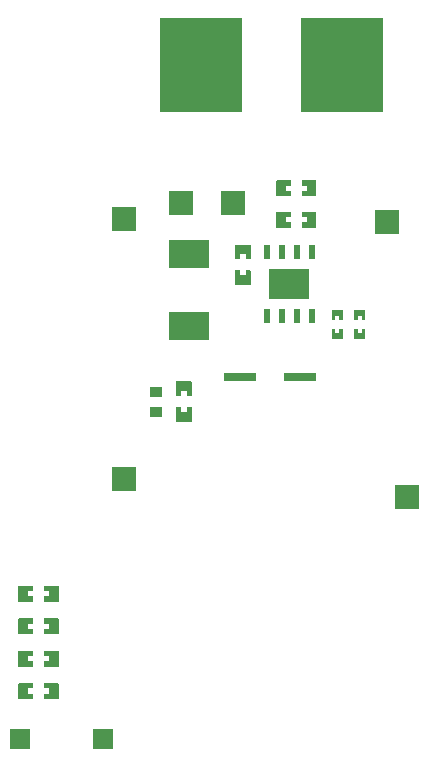
<source format=gtp>
G04 Layer: TopPasteMaskLayer*
G04 EasyEDA v6.5.40, 2024-05-01 13:46:42*
G04 7703e67730494ffebf129c6139567d94,10*
G04 Gerber Generator version 0.2*
G04 Scale: 100 percent, Rotated: No, Reflected: No *
G04 Dimensions in millimeters *
G04 leading zeros omitted , absolute positions ,4 integer and 5 decimal *
%FSLAX45Y45*%
%MOMM*%

%ADD10R,7.0000X8.0000*%
%ADD11R,3.5000X2.3500*%
%ADD12R,1.0000X0.8999*%
%ADD13R,2.8000X0.8000*%
%ADD14R,2.0000X2.0000*%
%ADD15R,0.6000X1.3000*%
%ADD16R,3.5000X2.5000*%
%ADD17R,1.7000X1.7000*%

%LPD*%
G36*
X1362506Y-5004003D02*
G01*
X1357477Y-5008981D01*
X1357477Y-5136997D01*
X1362506Y-5141976D01*
X1477518Y-5141976D01*
X1482496Y-5136997D01*
X1481988Y-5094986D01*
X1437995Y-5094986D01*
X1437995Y-5049977D01*
X1483004Y-5049977D01*
X1482496Y-5008981D01*
X1477518Y-5004003D01*
G37*
G36*
X1577492Y-5004003D02*
G01*
X1572514Y-5008981D01*
X1573022Y-5049977D01*
X1617014Y-5049977D01*
X1617014Y-5094986D01*
X1572514Y-5094986D01*
X1572514Y-5136997D01*
X1577492Y-5141976D01*
X1692503Y-5141976D01*
X1697482Y-5136997D01*
X1697482Y-5008981D01*
X1692503Y-5004003D01*
G37*
G36*
X1362506Y-5828995D02*
G01*
X1357477Y-5833973D01*
X1357477Y-5961989D01*
X1362506Y-5966968D01*
X1477518Y-5966968D01*
X1482496Y-5961989D01*
X1481988Y-5919978D01*
X1437995Y-5919978D01*
X1437995Y-5874969D01*
X1483004Y-5874969D01*
X1482496Y-5833973D01*
X1477518Y-5828995D01*
G37*
G36*
X1577492Y-5828995D02*
G01*
X1572514Y-5833973D01*
X1573022Y-5874969D01*
X1617014Y-5874969D01*
X1617014Y-5919978D01*
X1572514Y-5919978D01*
X1572514Y-5961989D01*
X1577492Y-5966968D01*
X1692503Y-5966968D01*
X1697482Y-5961989D01*
X1697482Y-5833973D01*
X1692503Y-5828995D01*
G37*
G36*
X1362506Y-5553964D02*
G01*
X1357477Y-5558993D01*
X1357477Y-5687009D01*
X1362506Y-5691987D01*
X1477518Y-5691987D01*
X1482496Y-5687009D01*
X1481988Y-5644997D01*
X1437995Y-5644997D01*
X1437995Y-5599988D01*
X1483004Y-5599988D01*
X1482496Y-5558993D01*
X1477518Y-5553964D01*
G37*
G36*
X1577492Y-5553964D02*
G01*
X1572514Y-5558993D01*
X1573022Y-5599988D01*
X1617014Y-5599988D01*
X1617014Y-5644997D01*
X1572514Y-5644997D01*
X1572514Y-5687009D01*
X1577492Y-5691987D01*
X1692503Y-5691987D01*
X1697482Y-5687009D01*
X1697482Y-5558993D01*
X1692503Y-5553964D01*
G37*
G36*
X1362506Y-5278983D02*
G01*
X1357477Y-5283962D01*
X1357477Y-5411978D01*
X1362506Y-5417007D01*
X1477518Y-5417007D01*
X1482496Y-5411978D01*
X1481988Y-5369966D01*
X1437995Y-5369966D01*
X1437995Y-5325008D01*
X1483004Y-5325008D01*
X1482496Y-5283962D01*
X1477518Y-5278983D01*
G37*
G36*
X1577492Y-5278983D02*
G01*
X1572514Y-5283962D01*
X1573022Y-5325008D01*
X1617014Y-5325008D01*
X1617014Y-5369966D01*
X1572514Y-5369966D01*
X1572514Y-5411978D01*
X1577492Y-5417007D01*
X1692503Y-5417007D01*
X1697482Y-5411978D01*
X1697482Y-5283962D01*
X1692503Y-5278983D01*
G37*
G36*
X3194202Y-2117293D02*
G01*
X3189224Y-2122322D01*
X3189224Y-2237333D01*
X3194202Y-2242312D01*
X3236214Y-2241804D01*
X3236214Y-2197811D01*
X3281222Y-2197811D01*
X3281222Y-2242820D01*
X3322218Y-2242312D01*
X3327196Y-2237333D01*
X3327196Y-2122322D01*
X3322218Y-2117293D01*
G37*
G36*
X3194202Y-2332329D02*
G01*
X3189224Y-2337308D01*
X3189224Y-2452319D01*
X3194202Y-2457297D01*
X3322218Y-2457297D01*
X3327196Y-2452319D01*
X3327196Y-2337308D01*
X3322218Y-2332329D01*
X3281222Y-2332837D01*
X3281222Y-2376830D01*
X3236214Y-2376830D01*
X3236214Y-2332329D01*
G37*
G36*
X2694381Y-3275380D02*
G01*
X2689402Y-3280410D01*
X2689402Y-3395370D01*
X2694381Y-3400399D01*
X2736392Y-3399891D01*
X2736392Y-3355898D01*
X2781401Y-3355898D01*
X2781401Y-3400907D01*
X2822397Y-3400399D01*
X2827375Y-3395370D01*
X2827375Y-3280410D01*
X2822397Y-3275380D01*
G37*
G36*
X2694381Y-3490366D02*
G01*
X2689402Y-3495395D01*
X2689402Y-3610406D01*
X2694381Y-3615385D01*
X2822397Y-3615385D01*
X2827375Y-3610406D01*
X2827375Y-3495395D01*
X2822397Y-3490366D01*
X2781401Y-3490874D01*
X2781401Y-3534867D01*
X2736392Y-3534867D01*
X2736392Y-3490417D01*
G37*
G36*
X3760978Y-1836877D02*
G01*
X3755999Y-1841906D01*
X3756507Y-1883918D01*
X3800500Y-1883918D01*
X3800500Y-1928875D01*
X3755491Y-1928875D01*
X3755999Y-1969871D01*
X3760978Y-1974900D01*
X3875989Y-1974900D01*
X3881018Y-1969871D01*
X3881018Y-1841906D01*
X3875989Y-1836877D01*
G37*
G36*
X3545992Y-1836877D02*
G01*
X3541014Y-1841906D01*
X3541014Y-1969871D01*
X3545992Y-1974900D01*
X3661003Y-1974900D01*
X3665982Y-1969871D01*
X3665474Y-1928875D01*
X3621481Y-1928875D01*
X3621481Y-1883918D01*
X3665982Y-1883918D01*
X3665982Y-1841906D01*
X3661003Y-1836877D01*
G37*
G36*
X3760978Y-1570177D02*
G01*
X3755999Y-1575206D01*
X3756507Y-1617218D01*
X3800500Y-1617218D01*
X3800500Y-1662175D01*
X3755491Y-1662175D01*
X3755999Y-1703171D01*
X3760978Y-1708200D01*
X3875989Y-1708200D01*
X3881018Y-1703171D01*
X3881018Y-1575206D01*
X3875989Y-1570177D01*
G37*
G36*
X3545992Y-1570177D02*
G01*
X3541014Y-1575206D01*
X3541014Y-1703171D01*
X3545992Y-1708200D01*
X3661003Y-1708200D01*
X3665982Y-1703171D01*
X3665474Y-1662175D01*
X3621481Y-1662175D01*
X3621481Y-1617218D01*
X3665982Y-1617218D01*
X3665982Y-1575206D01*
X3661003Y-1570177D01*
G37*
G36*
X4206900Y-2827375D02*
G01*
X4201871Y-2832404D01*
X4201871Y-2912414D01*
X4206900Y-2917393D01*
X4286910Y-2917393D01*
X4291888Y-2912414D01*
X4291888Y-2832404D01*
X4286910Y-2827375D01*
X4264101Y-2827375D01*
X4264101Y-2864408D01*
X4231081Y-2864408D01*
X4231081Y-2827375D01*
G37*
G36*
X4206900Y-2668371D02*
G01*
X4201871Y-2673400D01*
X4201871Y-2752394D01*
X4206900Y-2757373D01*
X4231081Y-2757373D01*
X4231081Y-2719374D01*
X4264101Y-2719374D01*
X4264101Y-2757373D01*
X4286910Y-2757373D01*
X4291888Y-2752394D01*
X4291888Y-2673400D01*
X4286910Y-2668371D01*
G37*
G36*
X4016400Y-2668371D02*
G01*
X4011371Y-2673400D01*
X4011371Y-2753410D01*
X4016400Y-2758389D01*
X4039209Y-2758389D01*
X4039209Y-2721406D01*
X4072178Y-2721406D01*
X4072178Y-2758389D01*
X4096410Y-2758389D01*
X4101388Y-2753410D01*
X4101388Y-2673400D01*
X4096410Y-2668371D01*
G37*
G36*
X4016400Y-2828391D02*
G01*
X4011371Y-2833370D01*
X4011371Y-2912414D01*
X4016400Y-2917393D01*
X4096410Y-2917393D01*
X4101388Y-2912414D01*
X4101388Y-2833370D01*
X4096410Y-2828391D01*
X4072178Y-2828391D01*
X4072178Y-2866390D01*
X4039209Y-2866390D01*
X4039209Y-2828391D01*
G37*
D10*
G01*
X2899994Y-599998D03*
G01*
X4099991Y-599998D03*
D11*
G01*
X2799994Y-2802509D03*
G01*
X2799994Y-2197506D03*
D12*
G01*
X2524988Y-3364992D03*
G01*
X2524988Y-3534994D03*
D13*
G01*
X3738829Y-3237331D03*
G01*
X3230829Y-3237331D03*
D14*
G01*
X2736392Y-1767890D03*
G01*
X3176397Y-1767890D03*
G01*
X2250008Y-4099991D03*
G01*
X2250008Y-1899996D03*
G01*
X4474997Y-1924989D03*
G01*
X4650003Y-4250004D03*
D15*
G01*
X3459505Y-2719984D03*
G01*
X3586505Y-2719984D03*
G01*
X3713505Y-2719984D03*
G01*
X3840505Y-2719984D03*
G01*
X3840505Y-2180005D03*
G01*
X3713505Y-2180005D03*
G01*
X3586505Y-2180005D03*
G01*
X3459505Y-2180005D03*
D16*
G01*
X3649979Y-2450007D03*
D17*
G01*
X1372996Y-6299987D03*
G01*
X2072995Y-6299987D03*
M02*

</source>
